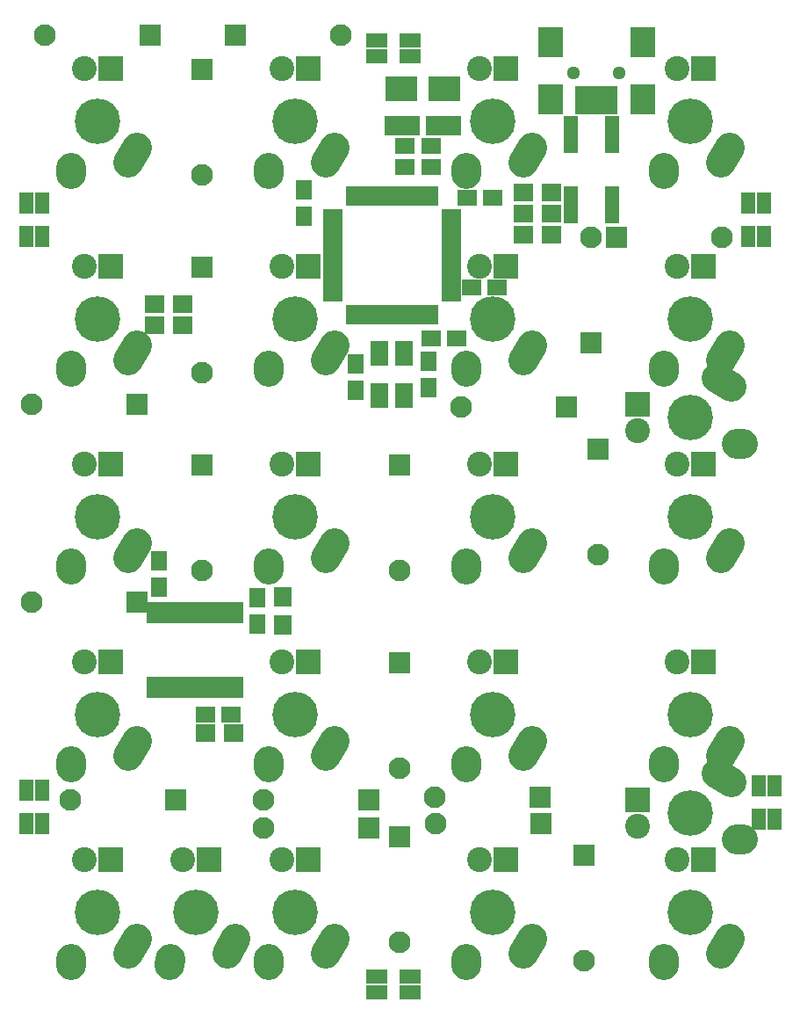
<source format=gbs>
G04 #@! TF.FileFunction,Soldermask,Bot*
%FSLAX46Y46*%
G04 Gerber Fmt 4.6, Leading zero omitted, Abs format (unit mm)*
G04 Created by KiCad (PCBNEW 4.0.2-stable) date Friday, July 29, 2016 'PMt' 11:21:31 PM*
%MOMM*%
G01*
G04 APERTURE LIST*
%ADD10C,0.150000*%
%ADD11R,1.400000X2.000000*%
%ADD12C,2.099260*%
%ADD13R,2.099260X2.099260*%
%ADD14C,4.387810*%
%ADD15C,2.900000*%
%ADD16R,2.400000X2.400000*%
%ADD17C,2.400000*%
%ADD18R,3.399740X1.901140*%
%ADD19R,1.650000X1.900000*%
%ADD20R,1.900000X1.650000*%
%ADD21R,3.051760X2.429460*%
%ADD22R,0.900380X2.701240*%
%ADD23R,2.398980X2.899360*%
%ADD24C,1.299160*%
%ADD25R,1.400000X3.600000*%
%ADD26R,1.900000X0.950000*%
%ADD27R,0.950000X1.900000*%
%ADD28R,0.850000X2.150000*%
%ADD29R,1.700000X2.400000*%
%ADD30R,1.900000X1.700000*%
%ADD31R,1.700000X1.900000*%
%ADD32R,2.000000X1.400000*%
G04 APERTURE END LIST*
D10*
D11*
X32754000Y-96215000D03*
X31254000Y-96215000D03*
X32754000Y-93015000D03*
X31254000Y-93015000D03*
D12*
X70750000Y-96250000D03*
D13*
X80910000Y-96250000D03*
D14*
X38100000Y-104775000D03*
D15*
X41099547Y-108774954D02*
X41910453Y-107315046D01*
X35560276Y-109854328D02*
X35599724Y-109275672D01*
D16*
X39370000Y-99695000D03*
D17*
X36830000Y-99695000D03*
D14*
X57150000Y-104775000D03*
D15*
X60149547Y-108774954D02*
X60960453Y-107315046D01*
X54610276Y-109854328D02*
X54649724Y-109275672D01*
D16*
X58420000Y-99695000D03*
D17*
X55880000Y-99695000D03*
D14*
X95250000Y-104775000D03*
D15*
X98249547Y-108774954D02*
X99060453Y-107315046D01*
X92710276Y-109854328D02*
X92749724Y-109275672D01*
D16*
X96520000Y-99695000D03*
D17*
X93980000Y-99695000D03*
D14*
X95250000Y-85725000D03*
D15*
X98249547Y-89724954D02*
X99060453Y-88265046D01*
X92710276Y-90804328D02*
X92749724Y-90225672D01*
D16*
X96520000Y-80645000D03*
D17*
X93980000Y-80645000D03*
D14*
X95250000Y-66675000D03*
D15*
X98249547Y-70674954D02*
X99060453Y-69215046D01*
X92710276Y-71754328D02*
X92749724Y-71175672D01*
D16*
X96520000Y-61595000D03*
D17*
X93980000Y-61595000D03*
D14*
X95250000Y-47625000D03*
D15*
X98249547Y-51624954D02*
X99060453Y-50165046D01*
X92710276Y-52704328D02*
X92749724Y-52125672D01*
D16*
X96520000Y-42545000D03*
D17*
X93980000Y-42545000D03*
D14*
X38100000Y-28575000D03*
D15*
X41099547Y-32574954D02*
X41910453Y-31115046D01*
X35560276Y-33654328D02*
X35599724Y-33075672D01*
D16*
X39370000Y-23495000D03*
D17*
X36830000Y-23495000D03*
D12*
X33020000Y-20320000D03*
D13*
X43180000Y-20320000D03*
D14*
X57150000Y-28575000D03*
D15*
X60149547Y-32574954D02*
X60960453Y-31115046D01*
X54610276Y-33654328D02*
X54649724Y-33075672D01*
D16*
X58420000Y-23495000D03*
D17*
X55880000Y-23495000D03*
D12*
X48152540Y-33735520D03*
D13*
X48152540Y-23575520D03*
D14*
X76200000Y-28575000D03*
D15*
X79199547Y-32574954D02*
X80010453Y-31115046D01*
X73660276Y-33654328D02*
X73699724Y-33075672D01*
D16*
X77470000Y-23495000D03*
D17*
X74930000Y-23495000D03*
D12*
X61595000Y-20320000D03*
D13*
X51435000Y-20320000D03*
D14*
X95250000Y-28575000D03*
D15*
X98249547Y-32574954D02*
X99060453Y-31115046D01*
X92710276Y-33654328D02*
X92749724Y-33075672D01*
D16*
X96520000Y-23495000D03*
D17*
X93980000Y-23495000D03*
D12*
X98298000Y-39750000D03*
D13*
X88138000Y-39750000D03*
D14*
X38100000Y-47625000D03*
D15*
X41099547Y-51624954D02*
X41910453Y-50165046D01*
X35560276Y-52704328D02*
X35599724Y-52125672D01*
D16*
X39370000Y-42545000D03*
D17*
X36830000Y-42545000D03*
D12*
X31750000Y-55880000D03*
D13*
X41910000Y-55880000D03*
D14*
X57150000Y-47625000D03*
D15*
X60149547Y-51624954D02*
X60960453Y-50165046D01*
X54610276Y-52704328D02*
X54649724Y-52125672D01*
D16*
X58420000Y-42545000D03*
D17*
X55880000Y-42545000D03*
D12*
X48152540Y-52785520D03*
D13*
X48152540Y-42625520D03*
D14*
X76200000Y-47625000D03*
D15*
X79199547Y-51624954D02*
X80010453Y-50165046D01*
X73660276Y-52704328D02*
X73699724Y-52125672D01*
D16*
X77470000Y-42545000D03*
D17*
X74930000Y-42545000D03*
D12*
X73152000Y-56134000D03*
D13*
X83312000Y-56134000D03*
D14*
X95250000Y-57150000D03*
D15*
X99249954Y-54150453D02*
X97790046Y-53339547D01*
X100329328Y-59689724D02*
X99750672Y-59650276D01*
D16*
X90170000Y-55880000D03*
D17*
X90170000Y-58420000D03*
D12*
X85725000Y-39750000D03*
D13*
X85725000Y-49910000D03*
D14*
X38100000Y-66675000D03*
D15*
X41099547Y-70674954D02*
X41910453Y-69215046D01*
X35560276Y-71754328D02*
X35599724Y-71175672D01*
D16*
X39370000Y-61595000D03*
D17*
X36830000Y-61595000D03*
D12*
X31750000Y-74930000D03*
D13*
X41910000Y-74930000D03*
D14*
X57150000Y-66675000D03*
D15*
X60149547Y-70674954D02*
X60960453Y-69215046D01*
X54610276Y-71754328D02*
X54649724Y-71175672D01*
D16*
X58420000Y-61595000D03*
D17*
X55880000Y-61595000D03*
D12*
X48152540Y-71835520D03*
D13*
X48152540Y-61675520D03*
D14*
X76200000Y-66675000D03*
D15*
X79199547Y-70674954D02*
X80010453Y-69215046D01*
X73660276Y-71754328D02*
X73699724Y-71175672D01*
D16*
X77470000Y-61595000D03*
D17*
X74930000Y-61595000D03*
D12*
X67202540Y-71835520D03*
D13*
X67202540Y-61675520D03*
D14*
X38100000Y-85725000D03*
D15*
X41099547Y-89724954D02*
X41910453Y-88265046D01*
X35560276Y-90804328D02*
X35599724Y-90225672D01*
D16*
X39370000Y-80645000D03*
D17*
X36830000Y-80645000D03*
D12*
X86360000Y-70358000D03*
D13*
X86360000Y-60198000D03*
D14*
X57150000Y-85725000D03*
D15*
X60149547Y-89724954D02*
X60960453Y-88265046D01*
X54610276Y-90804328D02*
X54649724Y-90225672D01*
D16*
X58420000Y-80645000D03*
D17*
X55880000Y-80645000D03*
D12*
X35496500Y-94000000D03*
D13*
X45656500Y-94000000D03*
D14*
X76200000Y-85725000D03*
D15*
X79199547Y-89724954D02*
X80010453Y-88265046D01*
X73660276Y-90804328D02*
X73699724Y-90225672D01*
D16*
X77470000Y-80645000D03*
D17*
X74930000Y-80645000D03*
D12*
X67202540Y-90885520D03*
D13*
X67202540Y-80725520D03*
D12*
X70612000Y-93726000D03*
D13*
X80772000Y-93726000D03*
D14*
X47625000Y-104775000D03*
D15*
X50624547Y-108774954D02*
X51435453Y-107315046D01*
X45085276Y-109854328D02*
X45124724Y-109275672D01*
D16*
X48895000Y-99695000D03*
D17*
X46355000Y-99695000D03*
D14*
X76200000Y-104775000D03*
D15*
X79199547Y-108774954D02*
X80010453Y-107315046D01*
X73660276Y-109854328D02*
X73699724Y-109275672D01*
D16*
X77470000Y-99695000D03*
D17*
X74930000Y-99695000D03*
D12*
X54089480Y-93980000D03*
D13*
X64249480Y-93980000D03*
D14*
X95250000Y-95250000D03*
D15*
X99249954Y-92250453D02*
X97790046Y-91439547D01*
X100329328Y-97789724D02*
X99750672Y-97750276D01*
D16*
X90170000Y-93980000D03*
D17*
X90170000Y-96520000D03*
D12*
X54102000Y-96647000D03*
D13*
X64262000Y-96647000D03*
D12*
X67250000Y-107696000D03*
D13*
X67250000Y-97536000D03*
D12*
X85002540Y-109500000D03*
D13*
X85002540Y-99340000D03*
D18*
X71498980Y-29000000D03*
X67501020Y-29000000D03*
D19*
X58000000Y-35250000D03*
X58000000Y-37750000D03*
D20*
X67750000Y-31000000D03*
X70250000Y-31000000D03*
X72750000Y-49500000D03*
X70250000Y-49500000D03*
X73750000Y-36000000D03*
X76250000Y-36000000D03*
D19*
X63000000Y-54500000D03*
X63000000Y-52000000D03*
X70000000Y-51750000D03*
X70000000Y-54250000D03*
D20*
X74150000Y-44600000D03*
X76650000Y-44600000D03*
X67750000Y-33000000D03*
X70250000Y-33000000D03*
D19*
X53500000Y-77000000D03*
X53500000Y-74500000D03*
D20*
X51000000Y-85750000D03*
X48500000Y-85750000D03*
D21*
X71585340Y-25500000D03*
X67414660Y-25500000D03*
D22*
X84632800Y-26563320D03*
X85432900Y-26563320D03*
X86233000Y-26563320D03*
X87033100Y-26563320D03*
X87833200Y-26563320D03*
D23*
X81782920Y-26464260D03*
X81782920Y-20965160D03*
X90683080Y-26464260D03*
X90683080Y-20965160D03*
D24*
X84033360Y-23964900D03*
X88432640Y-23964900D03*
D25*
X83750000Y-36650000D03*
X83750000Y-29850000D03*
X87750000Y-29850000D03*
X87750000Y-36650000D03*
D26*
X72200000Y-37500000D03*
X72200000Y-38300000D03*
X72200000Y-39100000D03*
X72200000Y-39900000D03*
X72200000Y-40700000D03*
X72200000Y-41500000D03*
X72200000Y-42300000D03*
X72200000Y-43100000D03*
X72200000Y-43900000D03*
X72200000Y-44700000D03*
X72200000Y-45500000D03*
D27*
X70500000Y-47200000D03*
X69700000Y-47200000D03*
X68900000Y-47200000D03*
X68100000Y-47200000D03*
X67300000Y-47200000D03*
X66500000Y-47200000D03*
X65700000Y-47200000D03*
X64900000Y-47200000D03*
X64100000Y-47200000D03*
X63300000Y-47200000D03*
X62500000Y-47200000D03*
D26*
X60800000Y-45500000D03*
X60800000Y-44700000D03*
X60800000Y-43900000D03*
X60800000Y-43100000D03*
X60800000Y-42300000D03*
X60800000Y-41500000D03*
X60800000Y-40700000D03*
X60800000Y-39900000D03*
X60800000Y-39100000D03*
X60800000Y-38300000D03*
X60800000Y-37500000D03*
D27*
X62500000Y-35800000D03*
X63300000Y-35800000D03*
X64100000Y-35800000D03*
X64900000Y-35800000D03*
X65700000Y-35800000D03*
X66500000Y-35800000D03*
X67300000Y-35800000D03*
X68100000Y-35800000D03*
X68900000Y-35800000D03*
X69700000Y-35800000D03*
X70500000Y-35800000D03*
D28*
X51725000Y-83100000D03*
X51075000Y-83100000D03*
X50425000Y-83100000D03*
X49775000Y-83100000D03*
X49125000Y-83100000D03*
X48475000Y-83100000D03*
X47825000Y-83100000D03*
X47175000Y-83100000D03*
X46525000Y-83100000D03*
X45875000Y-83100000D03*
X45225000Y-83100000D03*
X44575000Y-83100000D03*
X43925000Y-83100000D03*
X43275000Y-83100000D03*
X43275000Y-75900000D03*
X43925000Y-75900000D03*
X44575000Y-75900000D03*
X45225000Y-75900000D03*
X45875000Y-75900000D03*
X46525000Y-75900000D03*
X47175000Y-75900000D03*
X47825000Y-75900000D03*
X48475000Y-75900000D03*
X49125000Y-75900000D03*
X49775000Y-75900000D03*
X50425000Y-75900000D03*
X51075000Y-75900000D03*
X51725000Y-75900000D03*
D29*
X65300000Y-55000000D03*
X65300000Y-51000000D03*
X67700000Y-51000000D03*
X67700000Y-55000000D03*
D30*
X79150000Y-37500000D03*
X81850000Y-37500000D03*
X79150000Y-39500000D03*
X81850000Y-39500000D03*
X81850000Y-35500000D03*
X79150000Y-35500000D03*
X46350000Y-48250000D03*
X43650000Y-48250000D03*
X46350000Y-46250000D03*
X43650000Y-46250000D03*
D31*
X56007000Y-77100000D03*
X56007000Y-74400000D03*
D30*
X51200000Y-87500000D03*
X48500000Y-87500000D03*
D19*
X44000000Y-73450000D03*
X44000000Y-70950000D03*
D11*
X102350000Y-39700000D03*
X100850000Y-39700000D03*
X102350000Y-36500000D03*
X100850000Y-36500000D03*
X103366000Y-95834000D03*
X101866000Y-95834000D03*
X103366000Y-92634000D03*
X101866000Y-92634000D03*
D32*
X68275000Y-20840000D03*
X68275000Y-22340000D03*
X65075000Y-20840000D03*
X65075000Y-22340000D03*
X68275000Y-111010000D03*
X68275000Y-112510000D03*
X65075000Y-111010000D03*
X65075000Y-112510000D03*
D11*
X32754000Y-39700000D03*
X31254000Y-39700000D03*
X32754000Y-36500000D03*
X31254000Y-36500000D03*
M02*

</source>
